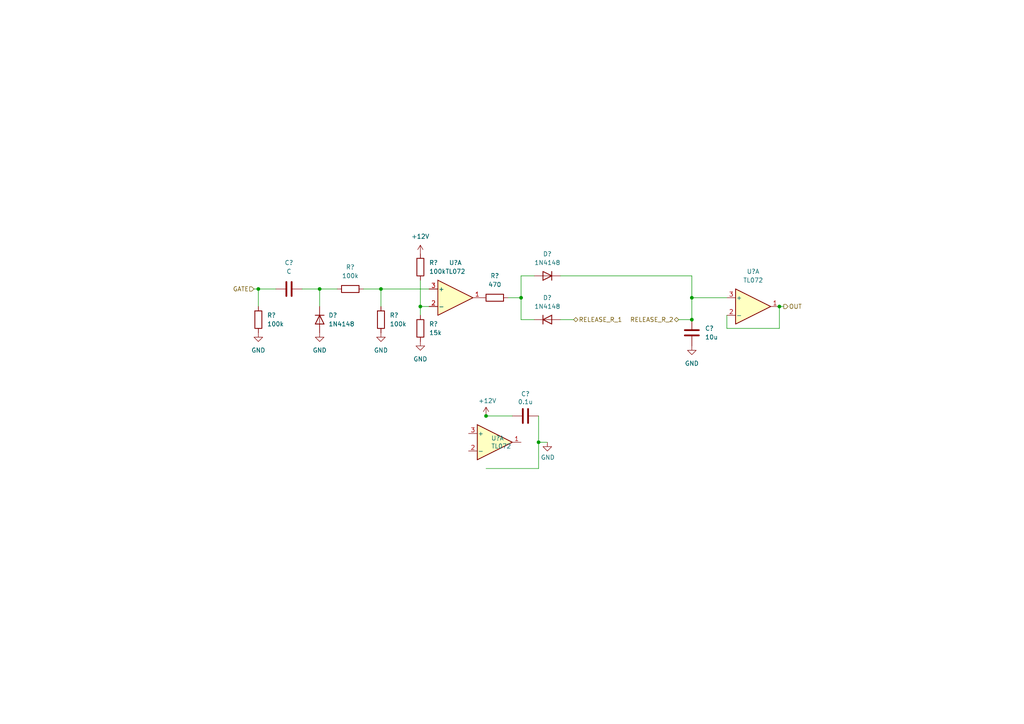
<source format=kicad_sch>
(kicad_sch (version 20211123) (generator eeschema)
  (paper "A4")
  (lib_symbols
    (symbol "Amplifier_Operational:TL072" (pin_names (offset 0.127))
      (property "Reference" "U" (at 0 5.08 0))
      (property "Value" "TL072" (at 0 -5.08 0))
      (symbol "TL072_1_1"
        (polyline (pts (xy -5.08 5.08) (xy 5.08 0) (xy -5.08 -5.08) (xy -5.08 5.08)) (stroke (width 0.254)) (fill (type background)))
        (pin output line (at 7.62 0 180) (length 2.54) (name "~") (number "1"))
        (pin input line (at -7.62 -2.54 0) (length 2.54) (name "-") (number "2"))
        (pin input line (at -7.62 2.54 0) (length 2.54) (name "+") (number "3"))
      )
      (symbol "TL072_2_1"
        (polyline (pts (xy -5.08 5.08) (xy 5.08 0) (xy -5.08 -5.08) (xy -5.08 5.08)) (stroke (width 0.254)) (fill (type background)))
        (pin input line (at -7.62 2.54 0) (length 2.54) (name "+") (number "5"))
        (pin input line (at -7.62 -2.54 0) (length 2.54) (name "-") (number "6"))
        (pin output line (at 7.62 0 180) (length 2.54) (name "~") (number "7"))
      )
      (symbol "TL072_3_1"
        (pin power_in line (at -2.54 -7.62 90) (length 3.81) (name "V-") (number "4"))
        (pin power_in line (at -2.54 7.62 270) (length 3.81) (name "V+") (number "8"))
      )
    )
    (symbol "Device:C" (pin_numbers hide) (pin_names (offset 0.254))
      (property "Reference" "C" (at 0.635 2.54 0))
      (property "Value" "C" (at 0.635 -2.54 0))
      (symbol "C_0_1"
        (polyline (pts (xy -2.032 -0.762) (xy 2.032 -0.762)) (stroke (width 0.508)))
        (polyline (pts (xy -2.032 0.762) (xy 2.032 0.762)) (stroke (width 0.508)))
      )
      (symbol "C_1_1"
        (pin passive line (at 0 3.81 270) (length 2.794) (name "~") (number "1"))
        (pin passive line (at 0 -3.81 90) (length 2.794) (name "~") (number "2"))
      )
    )
    (symbol "Device:R" (pin_numbers hide) (pin_names (offset 0))
      (property "Reference" "R" (at 2.032 0 90))
      (property "Value" "R" (at 0 0 90))
      (symbol "R_0_1"
        (rectangle (start -1.016 -2.54) (end 1.016 2.54) (stroke (width 0.254)))
      )
      (symbol "R_1_1"
        (pin passive line (at 0 3.81 270) (length 1.27) (name "~") (number "1"))
        (pin passive line (at 0 -3.81 90) (length 1.27) (name "~") (number "2"))
      )
    )
    (symbol "Diode:1N4148" (pin_numbers hide) (pin_names (offset 1.016) hide)
      (property "Reference" "D" (at 0 2.54 0))
      (property "Value" "1N4148" (at 0 -2.54 0))
      (symbol "1N4148_0_1"
        (polyline (pts (xy -1.27 1.27) (xy -1.27 -1.27)) (stroke (width 0.254)))
        (polyline (pts (xy 1.27 0) (xy -1.27 0)))
        (polyline (pts (xy 1.27 1.27) (xy 1.27 -1.27) (xy -1.27 0) (xy 1.27 1.27)) (stroke (width 0.254)))
      )
      (symbol "1N4148_1_1"
        (pin passive line (at -3.81 0 0) (length 2.54) (name "K") (number "1"))
        (pin passive line (at 3.81 0 180) (length 2.54) (name "A") (number "2"))
      )
    )
    (symbol "power:+12V" (power) (pin_names (offset 0))
      (property "Value" "+12V" (at 0 3.556 0))
      (symbol "+12V_0_1"
        (polyline (pts (xy -0.762 1.27) (xy 0 2.54)))
        (polyline (pts (xy 0 0) (xy 0 2.54)))
        (polyline (pts (xy 0 2.54) (xy 0.762 1.27)))
      )
      (symbol "+12V_1_1"
        (pin power_in line (at 0 0 90) (length 0) hide (name "+12V") (number "1"))
      )
    )
    (symbol "power:GND" (power) (pin_names (offset 0))
      (property "Value" "GND" (at 0 -3.81 0))
      (symbol "GND_0_1"
        (polyline (pts (xy 0 0) (xy 0 -1.27) (xy 1.27 -1.27) (xy 0 -2.54) (xy -1.27 -1.27) (xy 0 -1.27)))
      )
      (symbol "GND_1_1"
        (pin power_in line (at 0 0 270) (length 0) hide (name "GND") (number "1"))
      )
    )
  )
  (junction (at 121.92 88.9))
  (junction (at 110.49 83.82))
  (junction (at 151.13 86.36))
  (junction (at 156.21 128.27))
  (junction (at 140.97 120.65))
  (junction (at 92.71 83.82))
  (junction (at 200.66 86.36))
  (junction (at 74.93 83.82))
  (junction (at 226.06 88.9))
  (junction (at 200.66 92.71))
  (wire (pts (xy 210.82 95.25) (xy 226.06 95.25)))
  (wire (pts (xy 121.92 88.9) (xy 124.46 88.9)))
  (wire (pts (xy 74.93 83.82) (xy 80.01 83.82)))
  (wire (pts (xy 210.82 91.44) (xy 210.82 95.25)))
  (wire (pts (xy 226.06 95.25) (xy 226.06 88.9)))
  (wire (pts (xy 121.92 81.28) (xy 121.92 88.9)))
  (wire (pts (xy 151.13 80.01) (xy 154.94 80.01)))
  (wire (pts (xy 74.93 88.9) (xy 74.93 83.82)))
  (wire (pts (xy 151.13 86.36) (xy 147.32 86.36)))
  (wire (pts (xy 87.63 83.82) (xy 92.71 83.82)))
  (wire (pts (xy 154.94 92.71) (xy 151.13 92.71)))
  (wire (pts (xy 156.21 128.27) (xy 156.21 135.89)))
  (wire (pts (xy 140.97 135.89) (xy 156.21 135.89)))
  (wire (pts (xy 162.56 80.01) (xy 200.66 80.01)))
  (wire (pts (xy 151.13 86.36) (xy 151.13 80.01)))
  (wire (pts (xy 148.59 120.65) (xy 140.97 120.65)))
  (wire (pts (xy 156.21 128.27) (xy 158.75 128.27)))
  (wire (pts (xy 110.49 83.82) (xy 110.49 88.9)))
  (wire (pts (xy 151.13 92.71) (xy 151.13 86.36)))
  (wire (pts (xy 121.92 88.9) (xy 121.92 91.44)))
  (wire (pts (xy 92.71 83.82) (xy 92.71 88.9)))
  (wire (pts (xy 162.56 92.71) (xy 166.37 92.71)))
  (wire (pts (xy 200.66 86.36) (xy 200.66 92.71)))
  (wire (pts (xy 200.66 80.01) (xy 200.66 86.36)))
  (wire (pts (xy 196.85 92.71) (xy 200.66 92.71)))
  (wire (pts (xy 110.49 83.82) (xy 124.46 83.82)))
  (wire (pts (xy 73.66 83.82) (xy 74.93 83.82)))
  (wire (pts (xy 226.06 88.9) (xy 227.33 88.9)))
  (wire (pts (xy 156.21 120.65) (xy 156.21 128.27)))
  (wire (pts (xy 200.66 86.36) (xy 210.82 86.36)))
  (wire (pts (xy 92.71 83.82) (xy 97.79 83.82)))
  (wire (pts (xy 105.41 83.82) (xy 110.49 83.82)))
  (hierarchical_label "RELEASE_R_1" (shape bidirectional) (at 166.37 92.71 0))
  (hierarchical_label "OUT" (shape output) (at 227.33 88.9 0))
  (hierarchical_label "GATE" (shape input) (at 73.66 83.82 180))
  (hierarchical_label "RELEASE_R_2" (shape bidirectional) (at 196.85 92.71 180))
  (symbol (lib_id "Diode:1N4148") (at 158.75 92.71 0)
    (property "Reference" "D?" (at 158.75 86.36 0))
    (property "Value" "1N4148" (at 158.75 88.9 0))
    (property "Footprint" "Diode_THT:D_DO-35_SOD27_P7.62mm_Horizontal" (effects hide))
    (property "Datasheet" "https://assets.nexperia.com/documents/data-sheet/1N4148_1N4448.pdf" (effects hide))
  )
  (symbol (lib_id "Device:C") (at 152.4 120.65 90)
    (property "Reference" "C?" (at 152.4 114.2492 90))
    (property "Value" "0.1u" (at 152.4 116.5606 90))
    (property "Footprint" "Capacitor_THT:C_Disc_D5.0mm_W2.5mm_P5.00mm" (effects hide))
  )
  (symbol (lib_id "Device:R") (at 101.6 83.82 90)
    (property "Reference" "R?" (at 101.6 77.47 90))
    (property "Value" "100k" (at 101.6 80.01 90))
  )
  (symbol (lib_id "Device:R") (at 110.49 92.71 180)
    (property "Reference" "R?" (at 113.03 91.4399 0) (effects (justify right)))
    (property "Value" "100k" (at 113.03 93.9799 0) (effects (justify right)))
  )
  (symbol (lib_id "power:GND") (at 92.71 96.52 0)
    (property "Reference" "#PWR?" (effects hide))
    (property "Value" "GND" (at 92.71 101.6 0))
  )
  (symbol (lib_id "Device:R") (at 121.92 77.47 0)
    (property "Reference" "R?" (at 124.46 76.1999 0) (effects (justify left)))
    (property "Value" "100k" (at 124.46 78.7399 0) (effects (justify left)))
  )
  (symbol (lib_id "Amplifier_Operational:TL072") (at 218.44 88.9 0)
    (property "Reference" "U?" (at 218.44 78.74 0))
    (property "Value" "TL072" (at 218.44 81.28 0))
    (property "Datasheet" "http://www.ti.com/lit/ds/symlink/tl071.pdf" (effects hide))
  )
  (symbol (lib_id "power:GND") (at 200.66 100.33 0)
    (property "Reference" "#PWR?" (effects hide))
    (property "Value" "GND" (at 200.66 105.41 0))
  )
  (symbol (lib_id "power:+12V") (at 121.92 73.66 0)
    (property "Reference" "#PWR?" (effects hide))
    (property "Value" "+12V" (at 121.92 68.58 0))
  )
  (symbol (lib_id "Amplifier_Operational:TL072") (at 143.51 128.27 0)
    (property "Reference" "U?" (at 142.4432 127.1016 0) (effects (justify left)))
    (property "Value" "TL072" (at 142.4432 129.413 0) (effects (justify left)))
    (property "Footprint" "Package_DIP:DIP-8_W7.62mm_Socket" (effects hide))
    (property "Datasheet" "http://www.ti.com/lit/ds/symlink/tl071.pdf" (effects hide))
  )
  (symbol (lib_id "power:+12V") (at 140.97 120.65 0)
    (property "Reference" "#PWR?" (effects hide))
    (property "Value" "+12V" (at 141.351 116.2558 0))
  )
  (symbol (lib_id "Diode:1N4148") (at 158.75 80.01 180)
    (property "Reference" "D?" (at 158.75 73.66 0))
    (property "Value" "1N4148" (at 158.75 76.2 0))
    (property "Footprint" "Diode_THT:D_DO-35_SOD27_P7.62mm_Horizontal" (effects hide))
    (property "Datasheet" "https://assets.nexperia.com/documents/data-sheet/1N4148_1N4448.pdf" (effects hide))
  )
  (symbol (lib_id "Device:R") (at 74.93 92.71 0)
    (property "Reference" "R?" (at 77.47 91.4399 0) (effects (justify left)))
    (property "Value" "100k" (at 77.47 93.9799 0) (effects (justify left)))
  )
  (symbol (lib_id "Device:C") (at 200.66 96.52 0)
    (property "Reference" "C?" (at 204.47 95.2499 0) (effects (justify left)))
    (property "Value" "10u" (at 204.47 97.7899 0) (effects (justify left)))
  )
  (symbol (lib_id "Device:R") (at 143.51 86.36 90)
    (property "Reference" "R?" (at 143.51 80.01 90))
    (property "Value" "470" (at 143.51 82.55 90))
  )
  (symbol (lib_id "power:GND") (at 158.75 128.27 0)
    (property "Reference" "#PWR?" (effects hide))
    (property "Value" "GND" (at 158.877 132.6642 0))
  )
  (symbol (lib_id "Device:C") (at 83.82 83.82 90)
    (property "Reference" "C?" (at 83.82 76.2 90))
    (property "Value" "C" (at 83.82 78.74 90))
  )
  (symbol (lib_id "Diode:1N4148") (at 92.71 92.71 270)
    (property "Reference" "D?" (at 95.25 91.4399 90) (effects (justify left)))
    (property "Value" "1N4148" (at 95.25 93.9799 90) (effects (justify left)))
    (property "Footprint" "Diode_THT:D_DO-35_SOD27_P7.62mm_Horizontal" (effects hide))
    (property "Datasheet" "https://assets.nexperia.com/documents/data-sheet/1N4148_1N4448.pdf" (effects hide))
  )
  (symbol (lib_id "Device:R") (at 121.92 95.25 0)
    (property "Reference" "R?" (at 124.46 93.9799 0) (effects (justify left)))
    (property "Value" "15k" (at 124.46 96.5199 0) (effects (justify left)))
  )
  (symbol (lib_id "power:GND") (at 110.49 96.52 0)
    (property "Reference" "#PWR?" (effects hide))
    (property "Value" "GND" (at 110.49 101.6 0))
  )
  (symbol (lib_id "power:GND") (at 121.92 99.06 0)
    (property "Reference" "#PWR?" (effects hide))
    (property "Value" "GND" (at 121.92 104.14 0))
  )
  (symbol (lib_id "power:GND") (at 74.93 96.52 0)
    (property "Reference" "#PWR?" (effects hide))
    (property "Value" "GND" (at 74.93 101.6 0))
  )
  (symbol (lib_id "Amplifier_Operational:TL072") (at 132.08 86.36 0)
    (property "Reference" "U?" (at 132.08 76.2 0))
    (property "Value" "TL072" (at 132.08 78.74 0))
    (property "Datasheet" "http://www.ti.com/lit/ds/symlink/tl071.pdf" (effects hide))
  )
)
</source>
